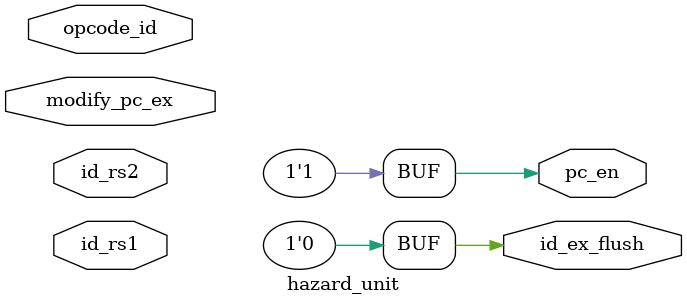
<source format=v>
module hazard_unit (
    input  [4:0] id_rs1,
    input  [4:0] id_rs2,
    input  [6:0] opcode_id,          // from ID (for rs usage detection)
 //   input  [4:0] ex_rd,              // rd in EX (ID/EX pipeline reg)
  //  input        ex_load_inst,       // mem_read_ex
    input        modify_pc_ex,       // mispredict or taken branch/jump resolved in EX

    output reg pc_en,
 //   output reg if_id_en,
 //   output reg if_id_flush,
 //   output reg im_flush,
 //   output reg id_ex_en,
    output reg id_ex_flush
 //   output reg load_stall
);

// OPCODES
parameter OPCODE_RTYPE  =  7'b0110011 ;
parameter OPCODE_ITYPE  =  7'b0010011 ;
parameter OPCODE_ILOAD  =  7'b0000011 ;
parameter OPCODE_IJALR  =  7'b1100111 ;
parameter OPCODE_BTYPE  =  7'b1100011 ;
parameter OPCODE_STYPE  =  7'b0100011 ;
parameter OPCODE_JTYPE  =  7'b1101111 ;
parameter OPCODE_AUIPC  =  7'b0010111 ;
parameter OPCODE_UTYPE  =  7'b0110111 ;

    // --------------------------------------------------------------
    // 1. Detect which source registers are actually used in ID
    // --------------------------------------------------------------
    wire rs1_used = (opcode_id == OPCODE_RTYPE)  ||
                    (opcode_id == OPCODE_ITYPE)  ||
                    (opcode_id == OPCODE_ILOAD)  ||
                    (opcode_id == OPCODE_STYPE)  ||
                    (opcode_id == OPCODE_BTYPE)  ||
                    (opcode_id == OPCODE_IJALR);

    wire rs2_used = (opcode_id == OPCODE_RTYPE)  ||
                    (opcode_id == OPCODE_STYPE)  ||
                    (opcode_id == OPCODE_BTYPE);

    // --------------------------------------------------------------
    // 2. Load-use hazard detection
    // --------------------------------------------------------------
 /*   wire load_use_hazard = ex_load_inst &&
                           (ex_rd != 5'd0) &&
                           ((rs1_used && (ex_rd == id_rs1)) ||
                            (rs2_used && (ex_rd == id_rs2)));  */

    // --------------------------------------------------------------
    // 3. Combinational hazard/stall/flush logic
    //    NOTE: modify_pc_ex (branch resolved in EX) must be able to
    //    flush the pipeline even when a stall is active. Therefore
    //    we give modify_pc_ex higher priority than a load-use stall.
    // --------------------------------------------------------------
    always @(modify_pc_ex  ) begin
        // Default: normal forward progress, no flush
      //  pc_en          = 1'b1;
      //  if_id_en       = 1'b1;
      //  if_id_flush    = 1'b0;
//	im_flush       = 1'b0;
    //    id_ex_en       = 1'b1;
      //  id_ex_flush    = 1'b0;
    //    load_stall     = 1'b0;

        // Highest priority: Control hazard resolved in EX (mispredict or taken branch/jump)
        if (modify_pc_ex) begin
            pc_en       = 1'b1;   // allow PC to take corrected value (IF-stage pc_update handles override)
        //    if_id_en    = 1'b1;
//	im_flush       = 1'b1;
	//	id_ex_en       = 1'b1;
          //  if_id_flush = 1'b1;   // kill wrong-path instruction in IF/ID
            id_ex_flush = 1'b1;   // kill wrong-path instruction in ID/EX
        end
     else
        pc_en          = 1'b1;
     
        id_ex_flush    = 1'b0;
        
       /* // Second priority: Load-use stall (1 cycle)
        else if (load_use_hazard) begin
            pc_en       = 1'b0;   // stall PC
       //     if_id_en    = 1'b0;   // stall IF/ID
            id_ex_flush = 1'b1;   // insert bubble into EX stage
	//	id_ex_en       = 1'b0;
       // if_id_flush = 1'b1;
        //    load_stall  = 1'b1;
        end */
    end
endmodule

</source>
